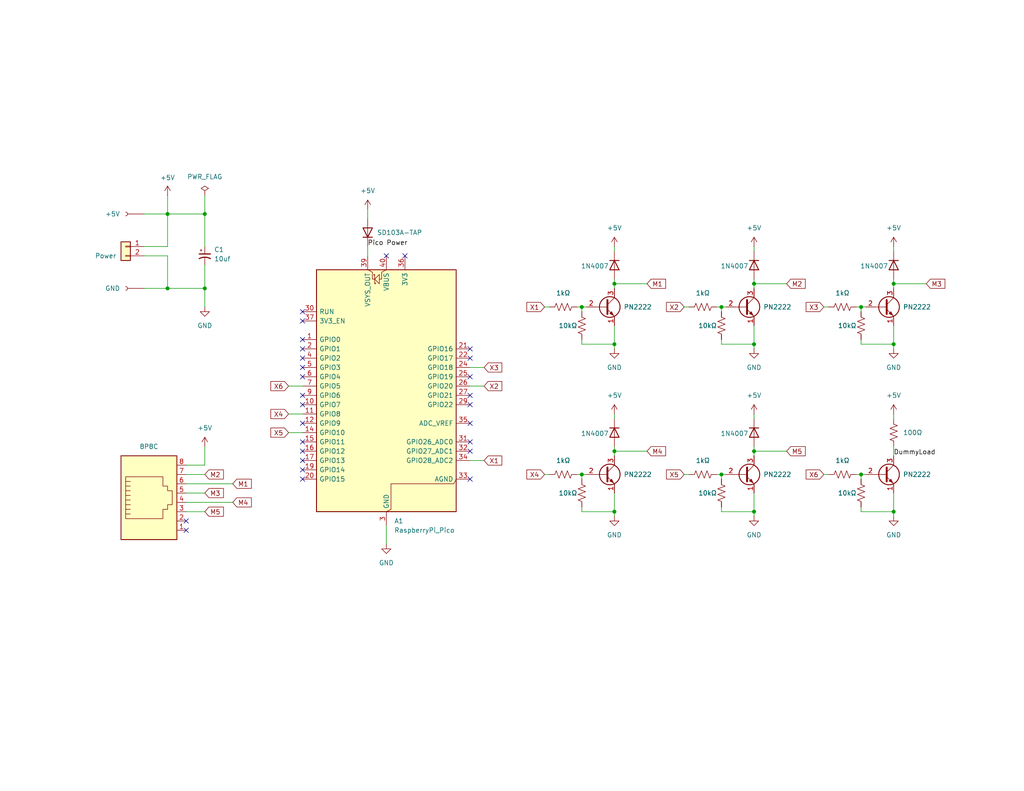
<source format=kicad_sch>
(kicad_sch (version 20250114) (generator "eeschema") (generator_version "9.0")
  (paper "USLetter")
  (title_block (title "BuzzGloves") (date "2025-06-24") (rev "2025.06.23") (company "FRC3620 - Average Joes"))
  (lib_symbols
    (symbol "Conn_01x01_Socket_1" (pin_numbers (hide yes)) (pin_names (offset 1.016) (hide yes))
      (property "Reference" "J" (at 0 2.54 0))
      (property "Value" "Conn_01x01_Socket" (at 0 -2.54 0))
      (symbol "Conn_01x01_Socket_1_1_1"
        (polyline (pts (xy -1.27 0) (xy -0.508 0)) (stroke (width 0.1524)))
        (arc (start 0 -0.508) (mid -0.5058 0) (end 0 0.508) (stroke (width 0.1524)))
        (pin passive line (at -5.08 0 0) (length 3.81) (name "Pin_1") (number "1"))
      )
    )
    (symbol "Connector:8P8C" (pin_names (offset 1.016))
      (property "Reference" "J" (at -5.08 13.97 0))
      (property "Value" "8P8C" (at 2.54 13.97 0))
      (symbol "8P8C_0_1"
        (polyline (pts (xy -6.35 1.905) (xy -5.08 1.905) (xy -5.08 1.905)))
        (polyline (pts (xy -6.35 0.635) (xy -5.08 0.635) (xy -5.08 0.635)))
        (polyline (pts (xy -6.35 -0.635) (xy -5.08 -0.635) (xy -5.08 -0.635)))
        (polyline (pts (xy -6.35 -1.905) (xy -5.08 -1.905) (xy -5.08 -1.905)))
        (polyline (pts (xy -6.35 -3.175) (xy -5.08 -3.175) (xy -5.08 -3.175)))
        (polyline (pts (xy -6.35 -4.445) (xy -6.35 6.985) (xy 3.81 6.985) (xy 3.81 4.445) (xy 5.08 4.445) (xy 5.08 3.175) (xy 6.35 3.175) (xy 6.35 -0.635) (xy 5.08 -0.635) (xy 5.08 -1.905) (xy 3.81 -1.905) (xy 3.81 -4.445) (xy -6.35 -4.445) (xy -6.35 -4.445)))
        (polyline (pts (xy -5.08 5.715) (xy -6.35 5.715)))
        (polyline (pts (xy -5.08 4.445) (xy -6.35 4.445)))
        (polyline (pts (xy -5.08 3.175) (xy -6.35 3.175) (xy -6.35 3.175)))
        (rectangle (start 7.62 12.7) (end -7.62 -10.16) (stroke (width 0.254)) (fill (type background)))
      )
      (symbol "8P8C_1_1"
        (pin passive line (at 10.16 10.16 180) (length 2.54) (name "~") (number "8"))
        (pin passive line (at 10.16 7.62 180) (length 2.54) (name "~") (number "7"))
        (pin passive line (at 10.16 5.08 180) (length 2.54) (name "~") (number "6"))
        (pin passive line (at 10.16 2.54 180) (length 2.54) (name "~") (number "5"))
        (pin passive line (at 10.16 0 180) (length 2.54) (name "~") (number "4"))
        (pin passive line (at 10.16 -2.54 180) (length 2.54) (name "~") (number "3"))
        (pin passive line (at 10.16 -5.08 180) (length 2.54) (name "~") (number "2"))
        (pin passive line (at 10.16 -7.62 180) (length 2.54) (name "~") (number "1"))
      )
    )
    (symbol "Connector:Conn_01x01_Socket" (pin_numbers (hide yes)) (pin_names (offset 1.016) (hide yes))
      (property "Reference" "J" (at 0 2.54 0))
      (property "Value" "Conn_01x01_Socket" (at 0 -2.54 0))
      (symbol "Conn_01x01_Socket_1_1"
        (polyline (pts (xy -1.27 0) (xy -0.508 0)) (stroke (width 0.1524)))
        (arc (start 0 -0.508) (mid -0.5058 0) (end 0 0.508) (stroke (width 0.1524)))
        (pin passive line (at -5.08 0 0) (length 3.81) (name "Pin_1") (number "1"))
      )
    )
    (symbol "Connector_Generic:Conn_01x02" (pin_names (offset 1.016) (hide yes))
      (property "Reference" "J" (at 0 2.54 0))
      (property "Value" "Conn_01x02" (at 0 -5.08 0))
      (symbol "Conn_01x02_1_1"
        (rectangle (start -1.27 1.27) (end 1.27 -3.81) (stroke (width 0.254)) (fill (type background)))
        (rectangle (start -1.27 0.127) (end 0 -0.127) (stroke (width 0.1524)))
        (rectangle (start -1.27 -2.413) (end 0 -2.667) (stroke (width 0.1524)))
        (pin passive line (at -5.08 0 0) (length 3.81) (name "Pin_1") (number "1"))
        (pin passive line (at -5.08 -2.54 0) (length 3.81) (name "Pin_2") (number "2"))
      )
    )
    (symbol "Device:C_Polarized_Small_US" (pin_numbers (hide yes)) (pin_names (offset 0.254) (hide yes))
      (property "Reference" "C" (at 0.254 1.778 0))
      (property "Value" "C_Polarized_Small_US" (at 0.254 -2.032 0))
      (symbol "C_Polarized_Small_US_0_1"
        (polyline (pts (xy -1.524 0.508) (xy 1.524 0.508)) (stroke (width 0.3048)))
        (polyline (pts (xy -1.27 1.524) (xy -0.762 1.524)))
        (polyline (pts (xy -1.016 1.27) (xy -1.016 1.778)))
        (arc (start -1.524 -0.762) (mid 0 -0.3734) (end 1.524 -0.762) (stroke (width 0.3048)))
      )
      (symbol "C_Polarized_Small_US_1_1"
        (pin passive line (at 0 2.54 270) (length 2.032) (name "~") (number "1"))
        (pin passive line (at 0 -2.54 90) (length 2.032) (name "~") (number "2"))
      )
    )
    (symbol "Device:D" (pin_numbers (hide yes)) (pin_names (offset 1.016) (hide yes))
      (property "Reference" "D" (at 0 2.54 0))
      (property "Value" "D" (at 0 -2.54 0))
      (symbol "D_0_1"
        (polyline (pts (xy -1.27 1.27) (xy -1.27 -1.27)) (stroke (width 0.254)))
        (polyline (pts (xy 1.27 1.27) (xy 1.27 -1.27) (xy -1.27 0) (xy 1.27 1.27)) (stroke (width 0.254)))
        (polyline (pts (xy 1.27 0) (xy -1.27 0)))
      )
      (symbol "D_1_1"
        (pin passive line (at -3.81 0 0) (length 2.54) (name "K") (number "1"))
        (pin passive line (at 3.81 0 180) (length 2.54) (name "A") (number "2"))
      )
    )
    (symbol "Device:R_US" (pin_numbers (hide yes)) (pin_names (offset 0))
      (property "Reference" "R" (at 2.54 0 90))
      (property "Value" "R_US" (at -2.54 0 90))
      (symbol "R_US_0_1"
        (polyline (pts (xy 0 2.286) (xy 0 2.54)))
        (polyline (pts (xy 0 2.286) (xy 1.016 1.905) (xy 0 1.524) (xy -1.016 1.143) (xy 0 0.762)))
        (polyline (pts (xy 0 0.762) (xy 1.016 0.381) (xy 0 0) (xy -1.016 -0.381) (xy 0 -0.762)))
        (polyline (pts (xy 0 -0.762) (xy 1.016 -1.143) (xy 0 -1.524) (xy -1.016 -1.905) (xy 0 -2.286)))
        (polyline (pts (xy 0 -2.286) (xy 0 -2.54)))
      )
      (symbol "R_US_1_1"
        (pin passive line (at 0 3.81 270) (length 1.27) (name "~") (number "1"))
        (pin passive line (at 0 -3.81 90) (length 1.27) (name "~") (number "2"))
      )
    )
    (symbol "MCU_Module:RaspberryPi_Pico" (pin_names (offset 0.762))
      (property "Reference" "A" (at -19.05 35.56 0))
      (property "Value" "RaspberryPi_Pico" (at 7.62 35.56 0))
      (symbol "RaspberryPi_Pico_0_1"
        (rectangle (start -19.05 34.29) (end 19.05 -31.75) (stroke (width 0.254)) (fill (type background)))
        (polyline (pts (xy -5.08 34.29) (xy -3.81 33.655) (xy -3.81 31.75) (xy -3.175 31.75)))
        (polyline (pts (xy -3.429 32.766) (xy -3.429 33.02) (xy -3.175 33.02) (xy -3.175 30.48) (xy -2.921 30.48) (xy -2.921 30.734)))
        (polyline (pts (xy -3.175 31.75) (xy -1.905 33.02) (xy -1.905 30.48) (xy -3.175 31.75)))
        (polyline (pts (xy 0 34.29) (xy -1.27 33.655) (xy -1.27 31.75) (xy -1.905 31.75)))
        (polyline (pts (xy 0 -31.75) (xy 1.27 -31.115) (xy 1.27 -24.13) (xy 18.415 -24.13) (xy 19.05 -22.86)))
      )
      (symbol "RaspberryPi_Pico_1_1"
        (pin passive line (at -22.86 22.86 0) (length 3.81) (name "RUN") (number "30"))
        (pin passive line (at -22.86 20.32 0) (length 3.81) (name "3V3_EN") (number "37"))
        (pin bidirectional line (at -22.86 15.24 0) (length 3.81) (name "GPIO0") (number "1"))
        (pin bidirectional line (at -22.86 12.7 0) (length 3.81) (name "GPIO1") (number "2"))
        (pin bidirectional line (at -22.86 10.16 0) (length 3.81) (name "GPIO2") (number "4"))
        (pin bidirectional line (at -22.86 7.62 0) (length 3.81) (name "GPIO3") (number "5"))
        (pin bidirectional line (at -22.86 5.08 0) (length 3.81) (name "GPIO4") (number "6"))
        (pin bidirectional line (at -22.86 2.54 0) (length 3.81) (name "GPIO5") (number "7"))
        (pin bidirectional line (at -22.86 0 0) (length 3.81) (name "GPIO6") (number "9"))
        (pin bidirectional line (at -22.86 -2.54 0) (length 3.81) (name "GPIO7") (number "10"))
        (pin bidirectional line (at -22.86 -5.08 0) (length 3.81) (name "GPIO8") (number "11"))
        (pin bidirectional line (at -22.86 -7.62 0) (length 3.81) (name "GPIO9") (number "12"))
        (pin bidirectional line (at -22.86 -10.16 0) (length 3.81) (name "GPIO10") (number "14"))
        (pin bidirectional line (at -22.86 -12.7 0) (length 3.81) (name "GPIO11") (number "15"))
        (pin bidirectional line (at -22.86 -15.24 0) (length 3.81) (name "GPIO12") (number "16"))
        (pin bidirectional line (at -22.86 -17.78 0) (length 3.81) (name "GPIO13") (number "17"))
        (pin bidirectional line (at -22.86 -20.32 0) (length 3.81) (name "GPIO14") (number "19"))
        (pin bidirectional line (at -22.86 -22.86 0) (length 3.81) (name "GPIO15") (number "20"))
        (pin power_in line (at -5.08 38.1 270) (length 3.81) (name "VSYS") (number "39") (alternate "VSYS_OUT" power_out line))
        (pin power_out line (at 0 38.1 270) (length 3.81) (name "VBUS") (number "40"))
        (pin passive line (at 0 -35.56 90) (length 3.81) (hide yes) (name "GND") (number "13"))
        (pin passive line (at 0 -35.56 90) (length 3.81) (hide yes) (name "GND") (number "18"))
        (pin passive line (at 0 -35.56 90) (length 3.81) (hide yes) (name "GND") (number "23"))
        (pin passive line (at 0 -35.56 90) (length 3.81) (hide yes) (name "GND") (number "28"))
        (pin power_out line (at 0 -35.56 90) (length 3.81) (name "GND") (number "3"))
        (pin passive line (at 0 -35.56 90) (length 3.81) (hide yes) (name "GND") (number "38"))
        (pin passive line (at 0 -35.56 90) (length 3.81) (hide yes) (name "GND") (number "8"))
        (pin power_out line (at 5.08 38.1 270) (length 3.81) (name "3V3") (number "36"))
        (pin bidirectional line (at 22.86 12.7 180) (length 3.81) (name "GPIO16") (number "21"))
        (pin bidirectional line (at 22.86 10.16 180) (length 3.81) (name "GPIO17") (number "22"))
        (pin bidirectional line (at 22.86 7.62 180) (length 3.81) (name "GPIO18") (number "24"))
        (pin bidirectional line (at 22.86 5.08 180) (length 3.81) (name "GPIO19") (number "25"))
        (pin bidirectional line (at 22.86 2.54 180) (length 3.81) (name "GPIO20") (number "26"))
        (pin bidirectional line (at 22.86 0 180) (length 3.81) (name "GPIO21") (number "27"))
        (pin bidirectional line (at 22.86 -2.54 180) (length 3.81) (name "GPIO22") (number "29"))
        (pin power_in line (at 22.86 -7.62 180) (length 3.81) (name "ADC_VREF") (number "35"))
        (pin bidirectional line (at 22.86 -12.7 180) (length 3.81) (name "GPIO26_ADC0") (number "31"))
        (pin bidirectional line (at 22.86 -15.24 180) (length 3.81) (name "GPIO27_ADC1") (number "32"))
        (pin bidirectional line (at 22.86 -17.78 180) (length 3.81) (name "GPIO28_ADC2") (number "34"))
        (pin power_out line (at 22.86 -22.86 180) (length 3.81) (name "AGND") (number "33"))
      )
    )
    (symbol "Transistor_BJT:PN2222A" (pin_names (offset 0) (hide yes))
      (property "Reference" "Q" (at 5.08 1.905 0))
      (property "Value" "PN2222A" (at 5.08 0 0))
      (symbol "PN2222A_0_1"
        (polyline (pts (xy -2.54 0) (xy 0.635 0)))
        (polyline (pts (xy 0.635 1.905) (xy 0.635 -1.905)) (stroke (width 0.508)))
        (circle (center 1.27 0) (radius 2.8194) (stroke (width 0.254)))
      )
      (symbol "PN2222A_1_1"
        (polyline (pts (xy 0.635 0.635) (xy 2.54 2.54)))
        (polyline (pts (xy 0.635 -0.635) (xy 2.54 -2.54)))
        (polyline (pts (xy 1.27 -1.778) (xy 1.778 -1.27) (xy 2.286 -2.286) (xy 1.27 -1.778)) (fill (type outline)))
        (pin input line (at -5.08 0 0) (length 2.54) (name "B") (number "2"))
        (pin passive line (at 2.54 5.08 270) (length 2.54) (name "C") (number "3"))
        (pin passive line (at 2.54 -5.08 90) (length 2.54) (name "E") (number "1"))
      )
    )
    (symbol "power:+5V" (power) (pin_numbers (hide yes)) (pin_names (offset 0) (hide yes))
      (property "Value" "+5V" (at 0 3.556 0))
      (symbol "+5V_0_1"
        (polyline (pts (xy -0.762 1.27) (xy 0 2.54)))
        (polyline (pts (xy 0 2.54) (xy 0.762 1.27)))
        (polyline (pts (xy 0 0) (xy 0 2.54)))
      )
      (symbol "+5V_1_1"
        (pin power_in line (at 0 0 90) (length 0) (name "~") (number "1"))
      )
    )
    (symbol "power:GND" (power) (pin_numbers (hide yes)) (pin_names (offset 0) (hide yes))
      (property "Value" "GND" (at 0 -3.81 0))
      (symbol "GND_0_1"
        (polyline (pts (xy 0 0) (xy 0 -1.27) (xy 1.27 -1.27) (xy 0 -2.54) (xy -1.27 -1.27) (xy 0 -1.27)))
      )
      (symbol "GND_1_1"
        (pin power_in line (at 0 0 270) (length 0) (name "~") (number "1"))
      )
    )
    (symbol "power:PWR_FLAG" (power) (pin_numbers (hide yes)) (pin_names (offset 0) (hide yes))
      (property "Value" "PWR_FLAG" (at 0 3.81 0))
      (symbol "PWR_FLAG_0_0"
        (pin power_out line (at 0 0 90) (length 0) (name "~") (number "1"))
      )
      (symbol "PWR_FLAG_0_1"
        (polyline (pts (xy 0 0) (xy 0 1.27) (xy -1.016 1.905) (xy 0 2.54) (xy 1.016 1.905) (xy 0 1.27)))
      )
    )
  )
  (junction (at 196.85 83.82))
  (junction (at 55.88 58.42))
  (junction (at 45.72 58.42))
  (junction (at 167.64 123.19))
  (junction (at 234.95 83.82))
  (junction (at 205.74 93.98))
  (junction (at 167.64 139.7))
  (junction (at 234.95 129.54))
  (junction (at 45.72 78.74))
  (junction (at 205.74 139.7))
  (junction (at 158.75 129.54))
  (junction (at 205.74 77.47))
  (junction (at 243.84 77.47))
  (junction (at 167.64 93.98))
  (junction (at 205.74 123.19))
  (junction (at 167.64 77.47))
  (junction (at 243.84 139.7))
  (junction (at 158.75 83.82))
  (junction (at 243.84 93.98))
  (junction (at 196.85 129.54))
  (junction (at 55.88 78.74))
  (no_connect (at 82.55 123.19))
  (no_connect (at 82.55 125.73))
  (no_connect (at 82.55 128.27))
  (no_connect (at 82.55 87.63))
  (no_connect (at 82.55 100.33))
  (no_connect (at 128.27 102.87))
  (no_connect (at 50.8 144.78))
  (no_connect (at 128.27 97.79))
  (no_connect (at 82.55 85.09))
  (no_connect (at 128.27 120.65))
  (no_connect (at 82.55 107.95))
  (no_connect (at 128.27 95.25))
  (no_connect (at 128.27 107.95))
  (no_connect (at 110.49 69.85))
  (no_connect (at 82.55 92.71))
  (no_connect (at 128.27 130.81))
  (no_connect (at 82.55 95.25))
  (no_connect (at 82.55 120.65))
  (no_connect (at 128.27 115.57))
  (no_connect (at 128.27 123.19))
  (no_connect (at 82.55 130.81))
  (no_connect (at 82.55 97.79))
  (no_connect (at 82.55 102.87))
  (no_connect (at 105.41 69.85))
  (no_connect (at 82.55 115.57))
  (no_connect (at 50.8 142.24))
  (no_connect (at 128.27 110.49))
  (no_connect (at 82.55 110.49))
  (wire (pts (xy 234.95 83.82) (xy 236.22 83.82)))
  (wire (pts (xy 39.37 67.31) (xy 45.72 67.31)))
  (wire (pts (xy 196.85 129.54) (xy 198.12 129.54)))
  (wire (pts (xy 234.95 92.71) (xy 234.95 93.98)))
  (wire (pts (xy 128.27 105.41) (xy 132.08 105.41)))
  (wire (pts (xy 224.79 83.82) (xy 226.06 83.82)))
  (wire (pts (xy 128.27 125.73) (xy 132.08 125.73)))
  (wire (pts (xy 234.95 129.54) (xy 236.22 129.54)))
  (wire (pts (xy 158.75 138.43) (xy 158.75 139.7)))
  (wire (pts (xy 205.74 123.19) (xy 205.74 124.46)))
  (wire (pts (xy 233.68 83.82) (xy 234.95 83.82)))
  (wire (pts (xy 50.8 134.62) (xy 55.88 134.62)))
  (wire (pts (xy 196.85 92.71) (xy 196.85 93.98)))
  (wire (pts (xy 234.95 83.82) (xy 234.95 85.09)))
  (wire (pts (xy 234.95 129.54) (xy 234.95 130.81)))
  (wire (pts (xy 205.74 77.47) (xy 205.74 78.74)))
  (wire (pts (xy 243.84 77.47) (xy 252.73 77.47)))
  (wire (pts (xy 45.72 58.42) (xy 45.72 53.34)))
  (wire (pts (xy 55.88 127) (xy 55.88 121.92)))
  (wire (pts (xy 234.95 138.43) (xy 234.95 139.7)))
  (wire (pts (xy 157.48 83.82) (xy 158.75 83.82)))
  (wire (pts (xy 50.8 137.16) (xy 63.5 137.16)))
  (wire (pts (xy 186.69 83.82) (xy 187.96 83.82)))
  (wire (pts (xy 205.74 139.7) (xy 205.74 140.97)))
  (wire (pts (xy 224.79 129.54) (xy 226.06 129.54)))
  (wire (pts (xy 158.75 129.54) (xy 158.75 130.81)))
  (wire (pts (xy 78.74 105.41) (xy 82.55 105.41)))
  (wire (pts (xy 243.84 113.03) (xy 243.84 114.3)))
  (wire (pts (xy 50.8 129.54) (xy 55.88 129.54)))
  (wire (pts (xy 243.84 93.98) (xy 243.84 95.25)))
  (wire (pts (xy 167.64 88.9) (xy 167.64 93.98)))
  (wire (pts (xy 205.74 76.2) (xy 205.74 77.47)))
  (wire (pts (xy 196.85 93.98) (xy 205.74 93.98)))
  (wire (pts (xy 55.88 58.42) (xy 55.88 67.31)))
  (wire (pts (xy 167.64 134.62) (xy 167.64 139.7)))
  (wire (pts (xy 243.84 134.62) (xy 243.84 139.7)))
  (wire (pts (xy 148.59 83.82) (xy 149.86 83.82)))
  (wire (pts (xy 243.84 77.47) (xy 243.84 78.74)))
  (wire (pts (xy 243.84 88.9) (xy 243.84 93.98)))
  (wire (pts (xy 233.68 129.54) (xy 234.95 129.54)))
  (wire (pts (xy 50.8 139.7) (xy 55.88 139.7)))
  (wire (pts (xy 50.8 132.08) (xy 63.5 132.08)))
  (wire (pts (xy 234.95 139.7) (xy 243.84 139.7)))
  (wire (pts (xy 39.37 69.85) (xy 45.72 69.85)))
  (wire (pts (xy 243.84 121.92) (xy 243.84 124.46)))
  (wire (pts (xy 39.37 78.74) (xy 45.72 78.74)))
  (wire (pts (xy 243.84 139.7) (xy 243.84 140.97)))
  (wire (pts (xy 196.85 138.43) (xy 196.85 139.7)))
  (wire (pts (xy 167.64 121.92) (xy 167.64 123.19)))
  (wire (pts (xy 167.64 77.47) (xy 176.53 77.47)))
  (wire (pts (xy 167.64 123.19) (xy 167.64 124.46)))
  (wire (pts (xy 45.72 58.42) (xy 55.88 58.42)))
  (wire (pts (xy 39.37 58.42) (xy 45.72 58.42)))
  (wire (pts (xy 158.75 83.82) (xy 158.75 85.09)))
  (wire (pts (xy 243.84 76.2) (xy 243.84 77.47)))
  (wire (pts (xy 55.88 53.34) (xy 55.88 58.42)))
  (wire (pts (xy 205.74 77.47) (xy 214.63 77.47)))
  (wire (pts (xy 167.64 139.7) (xy 167.64 140.97)))
  (wire (pts (xy 158.75 129.54) (xy 160.02 129.54)))
  (wire (pts (xy 167.64 76.2) (xy 167.64 77.47)))
  (wire (pts (xy 167.64 113.03) (xy 167.64 114.3)))
  (wire (pts (xy 105.41 143.51) (xy 105.41 148.59)))
  (wire (pts (xy 205.74 88.9) (xy 205.74 93.98)))
  (wire (pts (xy 100.33 57.15) (xy 100.33 59.69)))
  (wire (pts (xy 205.74 113.03) (xy 205.74 114.3)))
  (wire (pts (xy 205.74 134.62) (xy 205.74 139.7)))
  (wire (pts (xy 195.58 83.82) (xy 196.85 83.82)))
  (wire (pts (xy 196.85 129.54) (xy 196.85 130.81)))
  (wire (pts (xy 50.8 127) (xy 55.88 127)))
  (wire (pts (xy 158.75 139.7) (xy 167.64 139.7)))
  (wire (pts (xy 148.59 129.54) (xy 149.86 129.54)))
  (wire (pts (xy 196.85 139.7) (xy 205.74 139.7)))
  (wire (pts (xy 100.33 67.31) (xy 100.33 69.85)))
  (wire (pts (xy 205.74 123.19) (xy 214.63 123.19)))
  (wire (pts (xy 205.74 93.98) (xy 205.74 95.25)))
  (wire (pts (xy 55.88 78.74) (xy 55.88 83.82)))
  (wire (pts (xy 55.88 72.39) (xy 55.88 78.74)))
  (wire (pts (xy 158.75 93.98) (xy 167.64 93.98)))
  (wire (pts (xy 167.64 93.98) (xy 167.64 95.25)))
  (wire (pts (xy 158.75 83.82) (xy 160.02 83.82)))
  (wire (pts (xy 196.85 83.82) (xy 196.85 85.09)))
  (wire (pts (xy 45.72 69.85) (xy 45.72 78.74)))
  (wire (pts (xy 167.64 67.31) (xy 167.64 68.58)))
  (wire (pts (xy 205.74 67.31) (xy 205.74 68.58)))
  (wire (pts (xy 243.84 67.31) (xy 243.84 68.58)))
  (wire (pts (xy 195.58 129.54) (xy 196.85 129.54)))
  (wire (pts (xy 78.74 113.03) (xy 82.55 113.03)))
  (wire (pts (xy 45.72 67.31) (xy 45.72 58.42)))
  (wire (pts (xy 196.85 83.82) (xy 198.12 83.82)))
  (wire (pts (xy 167.64 77.47) (xy 167.64 78.74)))
  (wire (pts (xy 186.69 129.54) (xy 187.96 129.54)))
  (wire (pts (xy 78.74 118.11) (xy 82.55 118.11)))
  (wire (pts (xy 167.64 123.19) (xy 176.53 123.19)))
  (wire (pts (xy 234.95 93.98) (xy 243.84 93.98)))
  (wire (pts (xy 158.75 92.71) (xy 158.75 93.98)))
  (wire (pts (xy 157.48 129.54) (xy 158.75 129.54)))
  (wire (pts (xy 205.74 121.92) (xy 205.74 123.19)))
  (wire (pts (xy 128.27 100.33) (xy 132.08 100.33)))
  (wire (pts (xy 45.72 78.74) (xy 55.88 78.74)))
  (label "Pico Power" (at 100.33 67.31 0))
  (label "DummyLoad" (at 243.84 124.46 0))
  (global_label "M1" (shape input) (at 176.53 77.47 0) (property "Intersheetrefs" "${INTERSHEET_REFS}" (effects (hide yes))))
  (global_label "X2" (shape input) (at 186.69 83.82 180) (property "Intersheetrefs" "${INTERSHEET_REFS}" (effects (hide yes))))
  (global_label "X6" (shape input) (at 78.74 105.41 180) (property "Intersheetrefs" "${INTERSHEET_REFS}" (effects (hide yes))))
  (global_label "X1" (shape input) (at 132.08 125.73 0) (property "Intersheetrefs" "${INTERSHEET_REFS}" (effects (hide yes))))
  (global_label "X1" (shape input) (at 148.59 83.82 180) (property "Intersheetrefs" "${INTERSHEET_REFS}" (effects (hide yes))))
  (global_label "M3" (shape input) (at 252.73 77.47 0) (property "Intersheetrefs" "${INTERSHEET_REFS}" (effects (hide yes))))
  (global_label "X3" (shape input) (at 132.08 100.33 0) (property "Intersheetrefs" "${INTERSHEET_REFS}" (effects (hide yes))))
  (global_label "X5" (shape input) (at 78.74 118.11 180) (property "Intersheetrefs" "${INTERSHEET_REFS}" (effects (hide yes))))
  (global_label "M1" (shape input) (at 63.5 132.08 0) (property "Intersheetrefs" "${INTERSHEET_REFS}" (effects (hide yes))))
  (global_label "M4" (shape input) (at 176.53 123.19 0) (property "Intersheetrefs" "${INTERSHEET_REFS}" (effects (hide yes))))
  (global_label "X2" (shape input) (at 132.08 105.41 0) (property "Intersheetrefs" "${INTERSHEET_REFS}" (effects (hide yes))))
  (global_label "X4" (shape input) (at 148.59 129.54 180) (property "Intersheetrefs" "${INTERSHEET_REFS}" (effects (hide yes))))
  (global_label "M4" (shape input) (at 63.5 137.16 0) (property "Intersheetrefs" "${INTERSHEET_REFS}" (effects (hide yes))))
  (global_label "X6" (shape input) (at 224.79 129.54 180) (property "Intersheetrefs" "${INTERSHEET_REFS}" (effects (hide yes))))
  (global_label "M3" (shape input) (at 55.88 134.62 0) (property "Intersheetrefs" "${INTERSHEET_REFS}" (effects (hide yes))))
  (global_label "M5" (shape input) (at 55.88 139.7 0) (property "Intersheetrefs" "${INTERSHEET_REFS}" (effects (hide yes))))
  (global_label "M5" (shape input) (at 214.63 123.19 0) (property "Intersheetrefs" "${INTERSHEET_REFS}" (effects (hide yes))))
  (global_label "M2" (shape input) (at 214.63 77.47 0) (property "Intersheetrefs" "${INTERSHEET_REFS}" (effects (hide yes))))
  (global_label "X5" (shape input) (at 186.69 129.54 180) (property "Intersheetrefs" "${INTERSHEET_REFS}" (effects (hide yes))))
  (global_label "X3" (shape input) (at 224.79 83.82 180) (property "Intersheetrefs" "${INTERSHEET_REFS}" (effects (hide yes))))
  (global_label "M2" (shape input) (at 55.88 129.54 0) (property "Intersheetrefs" "${INTERSHEET_REFS}" (effects (hide yes))))
  (global_label "X4" (shape input) (at 78.74 113.03 180) (property "Intersheetrefs" "${INTERSHEET_REFS}" (effects (hide yes))))
  (symbol (lib_id "Device:R_US") (at 234.95 134.62 0) (unit 1)
    (property "Reference" "R14" (effects (hide yes)))
    (property "Value" "10kΩ" (at 228.6 134.62 0) (effects (justify left)))
    (property "Footprint" "Resistor_THT:R_Axial_DIN0204_L3.6mm_D1.6mm_P7.62mm_Horizontal" (effects (hide yes)))
    (property "Description" "Resistor, US symbol" (effects (hide yes)))
  )
  (symbol (lib_id "power:GND") (at 55.88 83.82 0) (unit 1)
    (property "Reference" "#PWR02" (effects (hide yes)))
    (property "Value" "GND" (at 55.88 88.9 0))
    (property "Description" "Power symbol creates a global label with name \"GND\" , ground" (effects (hide yes)))
  )
  (symbol (lib_id "Device:D") (at 243.84 72.39 270) (unit 1)
    (property "Reference" "D4" (effects (hide yes)))
    (property "Value" "1N4007" (at 234.696 72.644 90) (effects (justify left)))
    (property "Footprint" "Diode_THT:D_DO-41_SOD81_P10.16mm_Horizontal" (effects (hide yes)))
    (property "Description" "Diode" (effects (hide yes)))
    (property "Sim.Device" "D" (effects (hide yes)))
    (property "Sim.Pins" "1=K 2=A" (effects (hide yes)))
  )
  (symbol (lib_id "power:GND") (at 105.41 148.59 0) (unit 1)
    (property "Reference" "#PWR05" (effects (hide yes)))
    (property "Value" "GND" (at 105.41 153.67 0))
    (property "Description" "Power symbol creates a global label with name \"GND\" , ground" (effects (hide yes)))
  )
  (symbol (lib_id "Device:R_US") (at 153.67 129.54 270) (unit 1)
    (property "Reference" "R9" (effects (hide yes)))
    (property "Value" "1kΩ" (at 153.67 125.73 90))
    (property "Footprint" "Resistor_THT:R_Axial_DIN0204_L3.6mm_D1.6mm_P7.62mm_Horizontal" (effects (hide yes)))
    (property "Description" "Resistor, US symbol" (effects (hide yes)))
  )
  (symbol (lib_id "Device:R_US") (at 191.77 129.54 270) (unit 1)
    (property "Reference" "R11" (effects (hide yes)))
    (property "Value" "1kΩ" (at 191.77 125.73 90))
    (property "Footprint" "Resistor_THT:R_Axial_DIN0204_L3.6mm_D1.6mm_P7.62mm_Horizontal" (effects (hide yes)))
    (property "Description" "Resistor, US symbol" (effects (hide yes)))
  )
  (symbol (lib_id "MCU_Module:RaspberryPi_Pico") (at 105.41 107.95 0) (unit 1)
    (property "Reference" "A1" (at 107.5533 142.24 0) (effects (justify left)))
    (property "Value" "RaspberryPi_Pico" (at 107.5533 144.78 0) (effects (justify left)))
    (property "Footprint" "Module:RaspberryPi_Pico_Common_Unspecified" (effects (hide yes)))
    (property "Datasheet" "https://datasheets.raspberrypi.com/pico/pico-datasheet.pdf" (effects (hide yes)))
    (property "Description" "Versatile and inexpensive microcontroller module powered by RP2040 dual-core Arm Cortex-M0+ processor up to 133 MHz, 264kB SRAM, 2MB QSPI flash; also supports Raspberry Pi Pico 2" (effects (hide yes)))
    (pin "39" (alternate "VSYS_OUT"))
  )
  (symbol (lib_id "Device:C_Polarized_Small_US") (at 55.88 69.85 0) (unit 1)
    (property "Reference" "C1" (at 58.42 68.1481 0) (effects (justify left)))
    (property "Value" "10uf" (at 58.42 70.6881 0) (effects (justify left)))
    (property "Footprint" "Capacitor_THT:CP_Radial_D6.3mm_P2.50mm" (effects (hide yes)))
    (property "Description" "Polarized capacitor, small US symbol" (effects (hide yes)))
  )
  (symbol (lib_id "power:+5V") (at 167.64 67.31 0) (unit 1)
    (property "Reference" "#PWR06" (effects (hide yes)))
    (property "Value" "+5V" (at 167.64 62.23 0))
    (property "Description" "Power symbol creates a global label with name \"+5V\"" (effects (hide yes)))
  )
  (symbol (lib_id "Device:D") (at 100.33 63.5 90) (unit 1)
    (property "Reference" "D1" (effects (hide yes)))
    (property "Value" "SD103A-TAP" (at 102.87 63.4999 90) (effects (justify right)))
    (property "Footprint" "Diode_THT:D_DO-35_SOD27_P7.62mm_Horizontal" (effects (hide yes)))
    (property "Description" "Diode" (effects (hide yes)))
    (property "Sim.Device" "D" (effects (hide yes)))
    (property "Sim.Pins" "1=K 2=A" (effects (hide yes)))
  )
  (symbol (lib_id "Device:R_US") (at 153.67 83.82 270) (unit 1)
    (property "Reference" "R3" (effects (hide yes)))
    (property "Value" "1kΩ" (at 153.67 80.01 90))
    (property "Footprint" "Resistor_THT:R_Axial_DIN0204_L3.6mm_D1.6mm_P7.62mm_Horizontal" (effects (hide yes)))
    (property "Description" "Resistor, US symbol" (effects (hide yes)))
  )
  (symbol (lib_id "power:+5V") (at 243.84 113.03 0) (unit 1)
    (property "Reference" "#PWR017" (effects (hide yes)))
    (property "Value" "+5V" (at 243.84 107.95 0))
    (property "Description" "Power symbol creates a global label with name \"+5V\"" (effects (hide yes)))
  )
  (symbol (lib_id "power:+5V") (at 167.64 113.03 0) (unit 1)
    (property "Reference" "#PWR013" (effects (hide yes)))
    (property "Value" "+5V" (at 167.64 107.95 0))
    (property "Description" "Power symbol creates a global label with name \"+5V\"" (effects (hide yes)))
  )
  (symbol (lib_id "power:+5V") (at 205.74 113.03 0) (unit 1)
    (property "Reference" "#PWR015" (effects (hide yes)))
    (property "Value" "+5V" (at 205.74 107.95 0))
    (property "Description" "Power symbol creates a global label with name \"+5V\"" (effects (hide yes)))
  )
  (symbol (lib_id "power:GND") (at 167.64 140.97 0) (unit 1)
    (property "Reference" "#PWR014" (effects (hide yes)))
    (property "Value" "GND" (at 167.64 146.05 0))
    (property "Description" "Power symbol creates a global label with name \"GND\" , ground" (effects (hide yes)))
  )
  (symbol (lib_id "power:+5V") (at 243.84 67.31 0) (unit 1)
    (property "Reference" "#PWR011" (effects (hide yes)))
    (property "Value" "+5V" (at 243.84 62.23 0))
    (property "Description" "Power symbol creates a global label with name \"+5V\"" (effects (hide yes)))
  )
  (symbol (lib_id "Device:D") (at 167.64 72.39 270) (unit 1)
    (property "Reference" "D2" (effects (hide yes)))
    (property "Value" "1N4007" (at 158.496 72.644 90) (effects (justify left)))
    (property "Footprint" "Diode_THT:D_DO-41_SOD81_P10.16mm_Horizontal" (effects (hide yes)))
    (property "Description" "Diode" (effects (hide yes)))
    (property "Sim.Device" "D" (effects (hide yes)))
    (property "Sim.Pins" "1=K 2=A" (effects (hide yes)))
  )
  (symbol (lib_id "Connector:8P8C") (at 40.64 137.16 0) (unit 1)
    (property "Reference" "J2" (effects (hide yes)))
    (property "Value" "8P8C" (at 40.64 121.92 0))
    (property "Footprint" "BuzzGloveFootprints:AMPHENOL_54602-908LF" (effects (hide yes)))
    (property "Description" "RJ connector, 8P8C (8 positions 8 connected), RJ31/RJ32/RJ33/RJ34/RJ35/RJ41/RJ45/RJ49/RJ61" (effects (hide yes)))
  )
  (symbol (lib_id "power:GND") (at 167.64 95.25 0) (unit 1)
    (property "Reference" "#PWR07" (effects (hide yes)))
    (property "Value" "GND" (at 167.64 100.33 0))
    (property "Description" "Power symbol creates a global label with name \"GND\" , ground" (effects (hide yes)))
  )
  (symbol (lib_id "Device:R_US") (at 158.75 134.62 0) (unit 1)
    (property "Reference" "R10" (effects (hide yes)))
    (property "Value" "10kΩ" (at 152.4 134.62 0) (effects (justify left)))
    (property "Footprint" "Resistor_THT:R_Axial_DIN0204_L3.6mm_D1.6mm_P7.62mm_Horizontal" (effects (hide yes)))
    (property "Description" "Resistor, US symbol" (effects (hide yes)))
  )
  (symbol (lib_id "power:GND") (at 243.84 95.25 0) (unit 1)
    (property "Reference" "#PWR012" (effects (hide yes)))
    (property "Value" "GND" (at 243.84 100.33 0))
    (property "Description" "Power symbol creates a global label with name \"GND\" , ground" (effects (hide yes)))
  )
  (symbol (lib_id "Device:R_US") (at 243.84 118.11 0) (unit 1)
    (property "Reference" "R15" (effects (hide yes)))
    (property "Value" "100Ω" (at 246.38 118.11 0) (effects (justify left)))
    (property "Footprint" "Resistor_THT:R_Axial_DIN0207_L6.3mm_D2.5mm_P10.16mm_Horizontal" (effects (hide yes)))
    (property "Description" "Resistor, US symbol" (effects (hide yes)))
  )
  (symbol (lib_id "Transistor_BJT:PN2222A") (at 203.2 83.82 0) (unit 1)
    (property "Reference" "Q2" (effects (hide yes)))
    (property "Value" "PN2222" (at 208.28 83.8199 0) (effects (justify left)))
    (property "Footprint" "Package_TO_SOT_THT:TO-92" (effects (hide yes)))
    (property "Datasheet" "https://www.onsemi.com/pub/Collateral/PN2222-D.PDF" (effects (hide yes)))
    (property "Description" "1A Ic, 40V Vce, NPN Transistor, General Purpose Transistor, TO-92" (effects (hide yes)))
  )
  (symbol (lib_id "Transistor_BJT:PN2222A") (at 241.3 83.82 0) (unit 1)
    (property "Reference" "Q3" (effects (hide yes)))
    (property "Value" "PN2222" (at 246.38 83.8199 0) (effects (justify left)))
    (property "Footprint" "Package_TO_SOT_THT:TO-92" (effects (hide yes)))
    (property "Datasheet" "https://www.onsemi.com/pub/Collateral/PN2222-D.PDF" (effects (hide yes)))
    (property "Description" "1A Ic, 40V Vce, NPN Transistor, General Purpose Transistor, TO-92" (effects (hide yes)))
  )
  (symbol (lib_id "Transistor_BJT:PN2222A") (at 165.1 129.54 0) (unit 1)
    (property "Reference" "Q4" (effects (hide yes)))
    (property "Value" "PN2222" (at 170.18 129.5399 0) (effects (justify left)))
    (property "Footprint" "Package_TO_SOT_THT:TO-92" (effects (hide yes)))
    (property "Datasheet" "https://www.onsemi.com/pub/Collateral/PN2222-D.PDF" (effects (hide yes)))
    (property "Description" "1A Ic, 40V Vce, NPN Transistor, General Purpose Transistor, TO-92" (effects (hide yes)))
  )
  (symbol (lib_id "Connector:Conn_01x01_Socket") (at 34.29 78.74 0) (mirror y) (unit 1)
    (property "Reference" "J3" (effects (hide yes)))
    (property "Value" "GND" (at 32.766 78.74 0) (effects (justify left)))
    (property "Footprint" "Connector_Pin:Pin_D1.0mm_L10.0mm" (effects (hide yes)))
    (property "Description" "Generic connector, single row, 01x01, script generated" (effects (hide yes)))
  )
  (symbol (lib_id "power:+5V") (at 45.72 53.34 0) (unit 1)
    (property "Reference" "#PWR03" (effects (hide yes)))
    (property "Value" "+5V" (at 45.72 48.514 0))
    (property "Description" "Power symbol creates a global label with name \"+5V\"" (effects (hide yes)))
  )
  (symbol (lib_id "Device:R_US") (at 234.95 88.9 0) (unit 1)
    (property "Reference" "R8" (effects (hide yes)))
    (property "Value" "10kΩ" (at 228.6 88.9 0) (effects (justify left)))
    (property "Footprint" "Resistor_THT:R_Axial_DIN0204_L3.6mm_D1.6mm_P7.62mm_Horizontal" (effects (hide yes)))
    (property "Description" "Resistor, US symbol" (effects (hide yes)))
  )
  (symbol (lib_id "Device:R_US") (at 229.87 129.54 270) (unit 1)
    (property "Reference" "R13" (effects (hide yes)))
    (property "Value" "1kΩ" (at 229.87 125.73 90))
    (property "Footprint" "Resistor_THT:R_Axial_DIN0204_L3.6mm_D1.6mm_P7.62mm_Horizontal" (effects (hide yes)))
    (property "Description" "Resistor, US symbol" (effects (hide yes)))
  )
  (symbol (lib_id "Transistor_BJT:PN2222A") (at 203.2 129.54 0) (unit 1)
    (property "Reference" "Q5" (effects (hide yes)))
    (property "Value" "PN2222" (at 208.28 129.5399 0) (effects (justify left)))
    (property "Footprint" "Package_TO_SOT_THT:TO-92" (effects (hide yes)))
    (property "Datasheet" "https://www.onsemi.com/pub/Collateral/PN2222-D.PDF" (effects (hide yes)))
    (property "Description" "1A Ic, 40V Vce, NPN Transistor, General Purpose Transistor, TO-92" (effects (hide yes)))
  )
  (symbol (lib_id "Device:D") (at 205.74 118.11 270) (unit 1)
    (property "Reference" "D6" (effects (hide yes)))
    (property "Value" "1N4007" (at 196.596 118.364 90) (effects (justify left)))
    (property "Footprint" "Diode_THT:D_DO-41_SOD81_P10.16mm_Horizontal" (effects (hide yes)))
    (property "Description" "Diode" (effects (hide yes)))
    (property "Sim.Device" "D" (effects (hide yes)))
    (property "Sim.Pins" "1=K 2=A" (effects (hide yes)))
  )
  (symbol (lib_id "Device:R_US") (at 196.85 134.62 0) (unit 1)
    (property "Reference" "R12" (effects (hide yes)))
    (property "Value" "10kΩ" (at 190.5 134.62 0) (effects (justify left)))
    (property "Footprint" "Resistor_THT:R_Axial_DIN0204_L3.6mm_D1.6mm_P7.62mm_Horizontal" (effects (hide yes)))
    (property "Description" "Resistor, US symbol" (effects (hide yes)))
  )
  (symbol (lib_id "Transistor_BJT:PN2222A") (at 241.3 129.54 0) (unit 1)
    (property "Reference" "Q6" (effects (hide yes)))
    (property "Value" "PN2222" (at 246.38 129.5399 0) (effects (justify left)))
    (property "Footprint" "Package_TO_SOT_THT:TO-92" (effects (hide yes)))
    (property "Datasheet" "https://www.onsemi.com/pub/Collateral/PN2222-D.PDF" (effects (hide yes)))
    (property "Description" "1A Ic, 40V Vce, NPN Transistor, General Purpose Transistor, TO-92" (effects (hide yes)))
  )
  (symbol (lib_id "Transistor_BJT:PN2222A") (at 165.1 83.82 0) (unit 1)
    (property "Reference" "Q1" (effects (hide yes)))
    (property "Value" "PN2222" (at 170.18 83.8199 0) (effects (justify left)))
    (property "Footprint" "Package_TO_SOT_THT:TO-92" (effects (hide yes)))
    (property "Datasheet" "https://www.onsemi.com/pub/Collateral/PN2222-D.PDF" (effects (hide yes)))
    (property "Description" "1A Ic, 40V Vce, NPN Transistor, General Purpose Transistor, TO-92" (effects (hide yes)))
  )
  (symbol (lib_id "power:+5V") (at 205.74 67.31 0) (unit 1)
    (property "Reference" "#PWR09" (effects (hide yes)))
    (property "Value" "+5V" (at 205.74 62.23 0))
    (property "Description" "Power symbol creates a global label with name \"+5V\"" (effects (hide yes)))
  )
  (symbol (lib_id "power:GND") (at 205.74 95.25 0) (unit 1)
    (property "Reference" "#PWR010" (effects (hide yes)))
    (property "Value" "GND" (at 205.74 100.33 0))
    (property "Description" "Power symbol creates a global label with name \"GND\" , ground" (effects (hide yes)))
  )
  (symbol (lib_id "power:GND") (at 243.84 140.97 0) (unit 1)
    (property "Reference" "#PWR018" (effects (hide yes)))
    (property "Value" "GND" (at 243.84 146.05 0))
    (property "Description" "Power symbol creates a global label with name \"GND\" , ground" (effects (hide yes)))
  )
  (symbol (lib_id "Device:R_US") (at 196.85 88.9 0) (unit 1)
    (property "Reference" "R6" (effects (hide yes)))
    (property "Value" "10kΩ" (at 190.5 88.9 0) (effects (justify left)))
    (property "Footprint" "Resistor_THT:R_Axial_DIN0204_L3.6mm_D1.6mm_P7.62mm_Horizontal" (effects (hide yes)))
    (property "Description" "Resistor, US symbol" (effects (hide yes)))
  )
  (symbol (lib_id "Device:R_US") (at 191.77 83.82 270) (unit 1)
    (property "Reference" "R5" (effects (hide yes)))
    (property "Value" "1kΩ" (at 191.77 80.01 90))
    (property "Footprint" "Resistor_THT:R_Axial_DIN0204_L3.6mm_D1.6mm_P7.62mm_Horizontal" (effects (hide yes)))
    (property "Description" "Resistor, US symbol" (effects (hide yes)))
  )
  (symbol (lib_id "Device:R_US") (at 158.75 88.9 0) (unit 1)
    (property "Reference" "R4" (effects (hide yes)))
    (property "Value" "10kΩ" (at 152.4 88.9 0) (effects (justify left)))
    (property "Footprint" "Resistor_THT:R_Axial_DIN0204_L3.6mm_D1.6mm_P7.62mm_Horizontal" (effects (hide yes)))
    (property "Description" "Resistor, US symbol" (effects (hide yes)))
  )
  (symbol (lib_id "power:GND") (at 205.74 140.97 0) (unit 1)
    (property "Reference" "#PWR016" (effects (hide yes)))
    (property "Value" "GND" (at 205.74 146.05 0))
    (property "Description" "Power symbol creates a global label with name \"GND\" , ground" (effects (hide yes)))
  )
  (symbol (lib_id "power:PWR_FLAG") (at 55.88 53.34 0) (unit 1)
    (property "Reference" "#FLG01" (effects (hide yes)))
    (property "Value" "PWR_FLAG" (at 55.88 48.26 0))
    (property "Description" "Special symbol for telling ERC where power comes from" (effects (hide yes)))
  )
  (symbol (lib_id "power:+5V") (at 55.88 121.92 0) (unit 1)
    (property "Reference" "#PWR08" (effects (hide yes)))
    (property "Value" "+5V" (at 55.88 116.84 0))
    (property "Description" "Power symbol creates a global label with name \"+5V\"" (effects (hide yes)))
  )
  (symbol (lib_id "power:+5V") (at 100.33 57.15 0) (unit 1)
    (property "Reference" "#PWR04" (effects (hide yes)))
    (property "Value" "+5V" (at 100.33 52.07 0))
    (property "Description" "Power symbol creates a global label with name \"+5V\"" (effects (hide yes)))
  )
  (symbol (lib_id "Device:D") (at 205.74 72.39 270) (unit 1)
    (property "Reference" "D3" (effects (hide yes)))
    (property "Value" "1N4007" (at 196.596 72.644 90) (effects (justify left)))
    (property "Footprint" "Diode_THT:D_DO-41_SOD81_P10.16mm_Horizontal" (effects (hide yes)))
    (property "Description" "Diode" (effects (hide yes)))
    (property "Sim.Device" "D" (effects (hide yes)))
    (property "Sim.Pins" "1=K 2=A" (effects (hide yes)))
  )
  (symbol (lib_id "Connector_Generic:Conn_01x02") (at 34.29 67.31 0) (mirror y) (unit 1)
    (property "Reference" "J4" (effects (hide yes)))
    (property "Value" "Power" (at 31.75 69.8499 0) (effects (justify left)))
    (property "Footprint" "Connector_JST:JST_PH_B2B-PH-K_1x02_P2.00mm_Vertical" (effects (hide yes)))
    (property "Description" "Generic connector, single row, 01x02, script generated (kicad-library-utils/schlib/autogen/connector/)" (effects (hide yes)))
  )
  (symbol (lib_id "Device:R_US") (at 229.87 83.82 270) (unit 1)
    (property "Reference" "R7" (effects (hide yes)))
    (property "Value" "1kΩ" (at 229.87 80.01 90))
    (property "Footprint" "Resistor_THT:R_Axial_DIN0204_L3.6mm_D1.6mm_P7.62mm_Horizontal" (effects (hide yes)))
    (property "Description" "Resistor, US symbol" (effects (hide yes)))
  )
  (symbol (lib_name "Conn_01x01_Socket_1") (lib_id "Connector:Conn_01x01_Socket") (at 34.29 58.42 0) (mirror y) (unit 1)
    (property "Reference" "J1" (effects (hide yes)))
    (property "Value" "+5V" (at 32.766 58.42 0) (effects (justify left)))
    (property "Footprint" "Connector_Pin:Pin_D1.0mm_L10.0mm" (effects (hide yes)))
    (property "Description" "Generic connector, single row, 01x01, script generated" (effects (hide yes)))
  )
  (symbol (lib_id "Device:D") (at 167.64 118.11 270) (unit 1)
    (property "Reference" "D5" (effects (hide yes)))
    (property "Value" "1N4007" (at 158.496 118.364 90) (effects (justify left)))
    (property "Footprint" "Diode_THT:D_DO-41_SOD81_P10.16mm_Horizontal" (effects (hide yes)))
    (property "Description" "Diode" (effects (hide yes)))
    (property "Sim.Device" "D" (effects (hide yes)))
    (property "Sim.Pins" "1=K 2=A" (effects (hide yes)))
  )
)
</source>
